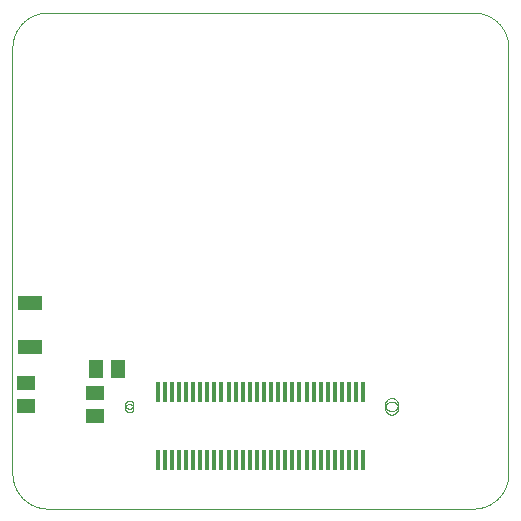
<source format=gbp>
G75*
%MOIN*%
%OFA0B0*%
%FSLAX25Y25*%
%IPPOS*%
%LPD*%
%AMOC8*
5,1,8,0,0,1.08239X$1,22.5*
%
%ADD10C,0.00000*%
%ADD11R,0.01378X0.06693*%
%ADD12R,0.05906X0.05118*%
%ADD13R,0.07874X0.05118*%
%ADD14R,0.05118X0.06299*%
%ADD15R,0.06299X0.05118*%
D10*
X0014499Y0018636D02*
X0156231Y0018636D01*
X0156516Y0018639D01*
X0156802Y0018650D01*
X0157087Y0018667D01*
X0157371Y0018691D01*
X0157655Y0018722D01*
X0157938Y0018760D01*
X0158219Y0018805D01*
X0158500Y0018856D01*
X0158780Y0018914D01*
X0159058Y0018979D01*
X0159334Y0019051D01*
X0159608Y0019129D01*
X0159881Y0019214D01*
X0160151Y0019306D01*
X0160419Y0019404D01*
X0160685Y0019508D01*
X0160948Y0019619D01*
X0161208Y0019736D01*
X0161466Y0019859D01*
X0161720Y0019989D01*
X0161971Y0020125D01*
X0162219Y0020266D01*
X0162463Y0020414D01*
X0162704Y0020567D01*
X0162940Y0020727D01*
X0163173Y0020892D01*
X0163402Y0021062D01*
X0163627Y0021238D01*
X0163847Y0021420D01*
X0164063Y0021606D01*
X0164274Y0021798D01*
X0164481Y0021995D01*
X0164683Y0022197D01*
X0164880Y0022404D01*
X0165072Y0022615D01*
X0165258Y0022831D01*
X0165440Y0023051D01*
X0165616Y0023276D01*
X0165786Y0023505D01*
X0165951Y0023738D01*
X0166111Y0023974D01*
X0166264Y0024215D01*
X0166412Y0024459D01*
X0166553Y0024707D01*
X0166689Y0024958D01*
X0166819Y0025212D01*
X0166942Y0025470D01*
X0167059Y0025730D01*
X0167170Y0025993D01*
X0167274Y0026259D01*
X0167372Y0026527D01*
X0167464Y0026797D01*
X0167549Y0027070D01*
X0167627Y0027344D01*
X0167699Y0027620D01*
X0167764Y0027898D01*
X0167822Y0028178D01*
X0167873Y0028459D01*
X0167918Y0028740D01*
X0167956Y0029023D01*
X0167987Y0029307D01*
X0168011Y0029591D01*
X0168028Y0029876D01*
X0168039Y0030162D01*
X0168042Y0030447D01*
X0168042Y0172179D01*
X0168039Y0172464D01*
X0168028Y0172750D01*
X0168011Y0173035D01*
X0167987Y0173319D01*
X0167956Y0173603D01*
X0167918Y0173886D01*
X0167873Y0174167D01*
X0167822Y0174448D01*
X0167764Y0174728D01*
X0167699Y0175006D01*
X0167627Y0175282D01*
X0167549Y0175556D01*
X0167464Y0175829D01*
X0167372Y0176099D01*
X0167274Y0176367D01*
X0167170Y0176633D01*
X0167059Y0176896D01*
X0166942Y0177156D01*
X0166819Y0177414D01*
X0166689Y0177668D01*
X0166553Y0177919D01*
X0166412Y0178167D01*
X0166264Y0178411D01*
X0166111Y0178652D01*
X0165951Y0178888D01*
X0165786Y0179121D01*
X0165616Y0179350D01*
X0165440Y0179575D01*
X0165258Y0179795D01*
X0165072Y0180011D01*
X0164880Y0180222D01*
X0164683Y0180429D01*
X0164481Y0180631D01*
X0164274Y0180828D01*
X0164063Y0181020D01*
X0163847Y0181206D01*
X0163627Y0181388D01*
X0163402Y0181564D01*
X0163173Y0181734D01*
X0162940Y0181899D01*
X0162704Y0182059D01*
X0162463Y0182212D01*
X0162219Y0182360D01*
X0161971Y0182501D01*
X0161720Y0182637D01*
X0161466Y0182767D01*
X0161208Y0182890D01*
X0160948Y0183007D01*
X0160685Y0183118D01*
X0160419Y0183222D01*
X0160151Y0183320D01*
X0159881Y0183412D01*
X0159608Y0183497D01*
X0159334Y0183575D01*
X0159058Y0183647D01*
X0158780Y0183712D01*
X0158500Y0183770D01*
X0158219Y0183821D01*
X0157938Y0183866D01*
X0157655Y0183904D01*
X0157371Y0183935D01*
X0157087Y0183959D01*
X0156802Y0183976D01*
X0156516Y0183987D01*
X0156231Y0183990D01*
X0014499Y0183990D01*
X0014214Y0183987D01*
X0013928Y0183976D01*
X0013643Y0183959D01*
X0013359Y0183935D01*
X0013075Y0183904D01*
X0012792Y0183866D01*
X0012511Y0183821D01*
X0012230Y0183770D01*
X0011950Y0183712D01*
X0011672Y0183647D01*
X0011396Y0183575D01*
X0011122Y0183497D01*
X0010849Y0183412D01*
X0010579Y0183320D01*
X0010311Y0183222D01*
X0010045Y0183118D01*
X0009782Y0183007D01*
X0009522Y0182890D01*
X0009264Y0182767D01*
X0009010Y0182637D01*
X0008759Y0182501D01*
X0008511Y0182360D01*
X0008267Y0182212D01*
X0008026Y0182059D01*
X0007790Y0181899D01*
X0007557Y0181734D01*
X0007328Y0181564D01*
X0007103Y0181388D01*
X0006883Y0181206D01*
X0006667Y0181020D01*
X0006456Y0180828D01*
X0006249Y0180631D01*
X0006047Y0180429D01*
X0005850Y0180222D01*
X0005658Y0180011D01*
X0005472Y0179795D01*
X0005290Y0179575D01*
X0005114Y0179350D01*
X0004944Y0179121D01*
X0004779Y0178888D01*
X0004619Y0178652D01*
X0004466Y0178411D01*
X0004318Y0178167D01*
X0004177Y0177919D01*
X0004041Y0177668D01*
X0003911Y0177414D01*
X0003788Y0177156D01*
X0003671Y0176896D01*
X0003560Y0176633D01*
X0003456Y0176367D01*
X0003358Y0176099D01*
X0003266Y0175829D01*
X0003181Y0175556D01*
X0003103Y0175282D01*
X0003031Y0175006D01*
X0002966Y0174728D01*
X0002908Y0174448D01*
X0002857Y0174167D01*
X0002812Y0173886D01*
X0002774Y0173603D01*
X0002743Y0173319D01*
X0002719Y0173035D01*
X0002702Y0172750D01*
X0002691Y0172464D01*
X0002688Y0172179D01*
X0002688Y0030447D01*
X0002691Y0030162D01*
X0002702Y0029876D01*
X0002719Y0029591D01*
X0002743Y0029307D01*
X0002774Y0029023D01*
X0002812Y0028740D01*
X0002857Y0028459D01*
X0002908Y0028178D01*
X0002966Y0027898D01*
X0003031Y0027620D01*
X0003103Y0027344D01*
X0003181Y0027070D01*
X0003266Y0026797D01*
X0003358Y0026527D01*
X0003456Y0026259D01*
X0003560Y0025993D01*
X0003671Y0025730D01*
X0003788Y0025470D01*
X0003911Y0025212D01*
X0004041Y0024958D01*
X0004177Y0024707D01*
X0004318Y0024459D01*
X0004466Y0024215D01*
X0004619Y0023974D01*
X0004779Y0023738D01*
X0004944Y0023505D01*
X0005114Y0023276D01*
X0005290Y0023051D01*
X0005472Y0022831D01*
X0005658Y0022615D01*
X0005850Y0022404D01*
X0006047Y0022197D01*
X0006249Y0021995D01*
X0006456Y0021798D01*
X0006667Y0021606D01*
X0006883Y0021420D01*
X0007103Y0021238D01*
X0007328Y0021062D01*
X0007557Y0020892D01*
X0007790Y0020727D01*
X0008026Y0020567D01*
X0008267Y0020414D01*
X0008511Y0020266D01*
X0008759Y0020125D01*
X0009010Y0019989D01*
X0009264Y0019859D01*
X0009522Y0019736D01*
X0009782Y0019619D01*
X0010045Y0019508D01*
X0010311Y0019404D01*
X0010579Y0019306D01*
X0010849Y0019214D01*
X0011122Y0019129D01*
X0011396Y0019051D01*
X0011672Y0018979D01*
X0011950Y0018914D01*
X0012230Y0018856D01*
X0012511Y0018805D01*
X0012792Y0018760D01*
X0013075Y0018722D01*
X0013359Y0018691D01*
X0013643Y0018667D01*
X0013928Y0018650D01*
X0014214Y0018639D01*
X0014499Y0018636D01*
X0040286Y0052100D02*
X0040288Y0052174D01*
X0040294Y0052248D01*
X0040304Y0052321D01*
X0040318Y0052394D01*
X0040335Y0052466D01*
X0040357Y0052536D01*
X0040382Y0052606D01*
X0040411Y0052674D01*
X0040444Y0052740D01*
X0040480Y0052805D01*
X0040520Y0052867D01*
X0040562Y0052928D01*
X0040608Y0052986D01*
X0040657Y0053041D01*
X0040709Y0053094D01*
X0040764Y0053144D01*
X0040821Y0053190D01*
X0040881Y0053234D01*
X0040943Y0053274D01*
X0041007Y0053311D01*
X0041073Y0053345D01*
X0041141Y0053375D01*
X0041210Y0053401D01*
X0041281Y0053424D01*
X0041352Y0053442D01*
X0041425Y0053457D01*
X0041498Y0053468D01*
X0041572Y0053475D01*
X0041646Y0053478D01*
X0041719Y0053477D01*
X0041793Y0053472D01*
X0041867Y0053463D01*
X0041940Y0053450D01*
X0042012Y0053433D01*
X0042083Y0053413D01*
X0042153Y0053388D01*
X0042221Y0053360D01*
X0042288Y0053329D01*
X0042353Y0053293D01*
X0042416Y0053255D01*
X0042477Y0053213D01*
X0042536Y0053167D01*
X0042592Y0053119D01*
X0042645Y0053068D01*
X0042695Y0053014D01*
X0042743Y0052957D01*
X0042787Y0052898D01*
X0042829Y0052836D01*
X0042867Y0052773D01*
X0042901Y0052707D01*
X0042932Y0052640D01*
X0042959Y0052571D01*
X0042982Y0052501D01*
X0043002Y0052430D01*
X0043018Y0052357D01*
X0043030Y0052284D01*
X0043038Y0052211D01*
X0043042Y0052137D01*
X0043042Y0052063D01*
X0043038Y0051989D01*
X0043030Y0051916D01*
X0043018Y0051843D01*
X0043002Y0051770D01*
X0042982Y0051699D01*
X0042959Y0051629D01*
X0042932Y0051560D01*
X0042901Y0051493D01*
X0042867Y0051427D01*
X0042829Y0051364D01*
X0042787Y0051302D01*
X0042743Y0051243D01*
X0042695Y0051186D01*
X0042645Y0051132D01*
X0042592Y0051081D01*
X0042536Y0051033D01*
X0042477Y0050987D01*
X0042416Y0050945D01*
X0042353Y0050907D01*
X0042288Y0050871D01*
X0042221Y0050840D01*
X0042153Y0050812D01*
X0042083Y0050787D01*
X0042012Y0050767D01*
X0041940Y0050750D01*
X0041867Y0050737D01*
X0041793Y0050728D01*
X0041719Y0050723D01*
X0041646Y0050722D01*
X0041572Y0050725D01*
X0041498Y0050732D01*
X0041425Y0050743D01*
X0041352Y0050758D01*
X0041281Y0050776D01*
X0041210Y0050799D01*
X0041141Y0050825D01*
X0041073Y0050855D01*
X0041007Y0050889D01*
X0040943Y0050926D01*
X0040881Y0050966D01*
X0040821Y0051010D01*
X0040764Y0051056D01*
X0040709Y0051106D01*
X0040657Y0051159D01*
X0040608Y0051214D01*
X0040562Y0051272D01*
X0040520Y0051333D01*
X0040480Y0051395D01*
X0040444Y0051460D01*
X0040411Y0051526D01*
X0040382Y0051594D01*
X0040357Y0051664D01*
X0040335Y0051734D01*
X0040318Y0051806D01*
X0040304Y0051879D01*
X0040294Y0051952D01*
X0040288Y0052026D01*
X0040286Y0052100D01*
X0040286Y0053281D02*
X0040288Y0053355D01*
X0040294Y0053429D01*
X0040304Y0053502D01*
X0040318Y0053575D01*
X0040335Y0053647D01*
X0040357Y0053717D01*
X0040382Y0053787D01*
X0040411Y0053855D01*
X0040444Y0053921D01*
X0040480Y0053986D01*
X0040520Y0054048D01*
X0040562Y0054109D01*
X0040608Y0054167D01*
X0040657Y0054222D01*
X0040709Y0054275D01*
X0040764Y0054325D01*
X0040821Y0054371D01*
X0040881Y0054415D01*
X0040943Y0054455D01*
X0041007Y0054492D01*
X0041073Y0054526D01*
X0041141Y0054556D01*
X0041210Y0054582D01*
X0041281Y0054605D01*
X0041352Y0054623D01*
X0041425Y0054638D01*
X0041498Y0054649D01*
X0041572Y0054656D01*
X0041646Y0054659D01*
X0041719Y0054658D01*
X0041793Y0054653D01*
X0041867Y0054644D01*
X0041940Y0054631D01*
X0042012Y0054614D01*
X0042083Y0054594D01*
X0042153Y0054569D01*
X0042221Y0054541D01*
X0042288Y0054510D01*
X0042353Y0054474D01*
X0042416Y0054436D01*
X0042477Y0054394D01*
X0042536Y0054348D01*
X0042592Y0054300D01*
X0042645Y0054249D01*
X0042695Y0054195D01*
X0042743Y0054138D01*
X0042787Y0054079D01*
X0042829Y0054017D01*
X0042867Y0053954D01*
X0042901Y0053888D01*
X0042932Y0053821D01*
X0042959Y0053752D01*
X0042982Y0053682D01*
X0043002Y0053611D01*
X0043018Y0053538D01*
X0043030Y0053465D01*
X0043038Y0053392D01*
X0043042Y0053318D01*
X0043042Y0053244D01*
X0043038Y0053170D01*
X0043030Y0053097D01*
X0043018Y0053024D01*
X0043002Y0052951D01*
X0042982Y0052880D01*
X0042959Y0052810D01*
X0042932Y0052741D01*
X0042901Y0052674D01*
X0042867Y0052608D01*
X0042829Y0052545D01*
X0042787Y0052483D01*
X0042743Y0052424D01*
X0042695Y0052367D01*
X0042645Y0052313D01*
X0042592Y0052262D01*
X0042536Y0052214D01*
X0042477Y0052168D01*
X0042416Y0052126D01*
X0042353Y0052088D01*
X0042288Y0052052D01*
X0042221Y0052021D01*
X0042153Y0051993D01*
X0042083Y0051968D01*
X0042012Y0051948D01*
X0041940Y0051931D01*
X0041867Y0051918D01*
X0041793Y0051909D01*
X0041719Y0051904D01*
X0041646Y0051903D01*
X0041572Y0051906D01*
X0041498Y0051913D01*
X0041425Y0051924D01*
X0041352Y0051939D01*
X0041281Y0051957D01*
X0041210Y0051980D01*
X0041141Y0052006D01*
X0041073Y0052036D01*
X0041007Y0052070D01*
X0040943Y0052107D01*
X0040881Y0052147D01*
X0040821Y0052191D01*
X0040764Y0052237D01*
X0040709Y0052287D01*
X0040657Y0052340D01*
X0040608Y0052395D01*
X0040562Y0052453D01*
X0040520Y0052514D01*
X0040480Y0052576D01*
X0040444Y0052641D01*
X0040411Y0052707D01*
X0040382Y0052775D01*
X0040357Y0052845D01*
X0040335Y0052915D01*
X0040318Y0052987D01*
X0040304Y0053060D01*
X0040294Y0053133D01*
X0040288Y0053207D01*
X0040286Y0053281D01*
X0126901Y0053281D02*
X0126903Y0053374D01*
X0126909Y0053466D01*
X0126919Y0053558D01*
X0126933Y0053649D01*
X0126950Y0053740D01*
X0126972Y0053830D01*
X0126997Y0053919D01*
X0127026Y0054007D01*
X0127059Y0054093D01*
X0127096Y0054178D01*
X0127136Y0054262D01*
X0127180Y0054343D01*
X0127227Y0054423D01*
X0127277Y0054501D01*
X0127331Y0054576D01*
X0127388Y0054649D01*
X0127448Y0054719D01*
X0127511Y0054787D01*
X0127577Y0054852D01*
X0127645Y0054914D01*
X0127716Y0054974D01*
X0127790Y0055030D01*
X0127866Y0055083D01*
X0127944Y0055132D01*
X0128024Y0055179D01*
X0128106Y0055221D01*
X0128190Y0055261D01*
X0128275Y0055296D01*
X0128362Y0055328D01*
X0128450Y0055357D01*
X0128539Y0055381D01*
X0128629Y0055402D01*
X0128720Y0055418D01*
X0128812Y0055431D01*
X0128904Y0055440D01*
X0128997Y0055445D01*
X0129089Y0055446D01*
X0129182Y0055443D01*
X0129274Y0055436D01*
X0129366Y0055425D01*
X0129457Y0055410D01*
X0129548Y0055392D01*
X0129638Y0055369D01*
X0129726Y0055343D01*
X0129814Y0055313D01*
X0129900Y0055279D01*
X0129984Y0055242D01*
X0130067Y0055200D01*
X0130148Y0055156D01*
X0130228Y0055108D01*
X0130305Y0055057D01*
X0130379Y0055002D01*
X0130452Y0054944D01*
X0130522Y0054884D01*
X0130589Y0054820D01*
X0130653Y0054754D01*
X0130715Y0054684D01*
X0130773Y0054613D01*
X0130828Y0054539D01*
X0130880Y0054462D01*
X0130929Y0054383D01*
X0130975Y0054303D01*
X0131017Y0054220D01*
X0131055Y0054136D01*
X0131090Y0054050D01*
X0131121Y0053963D01*
X0131148Y0053875D01*
X0131171Y0053785D01*
X0131191Y0053695D01*
X0131207Y0053604D01*
X0131219Y0053512D01*
X0131227Y0053420D01*
X0131231Y0053327D01*
X0131231Y0053235D01*
X0131227Y0053142D01*
X0131219Y0053050D01*
X0131207Y0052958D01*
X0131191Y0052867D01*
X0131171Y0052777D01*
X0131148Y0052687D01*
X0131121Y0052599D01*
X0131090Y0052512D01*
X0131055Y0052426D01*
X0131017Y0052342D01*
X0130975Y0052259D01*
X0130929Y0052179D01*
X0130880Y0052100D01*
X0130828Y0052023D01*
X0130773Y0051949D01*
X0130715Y0051878D01*
X0130653Y0051808D01*
X0130589Y0051742D01*
X0130522Y0051678D01*
X0130452Y0051618D01*
X0130379Y0051560D01*
X0130305Y0051505D01*
X0130228Y0051454D01*
X0130149Y0051406D01*
X0130067Y0051362D01*
X0129984Y0051320D01*
X0129900Y0051283D01*
X0129814Y0051249D01*
X0129726Y0051219D01*
X0129638Y0051193D01*
X0129548Y0051170D01*
X0129457Y0051152D01*
X0129366Y0051137D01*
X0129274Y0051126D01*
X0129182Y0051119D01*
X0129089Y0051116D01*
X0128997Y0051117D01*
X0128904Y0051122D01*
X0128812Y0051131D01*
X0128720Y0051144D01*
X0128629Y0051160D01*
X0128539Y0051181D01*
X0128450Y0051205D01*
X0128362Y0051234D01*
X0128275Y0051266D01*
X0128190Y0051301D01*
X0128106Y0051341D01*
X0128024Y0051383D01*
X0127944Y0051430D01*
X0127866Y0051479D01*
X0127790Y0051532D01*
X0127716Y0051588D01*
X0127645Y0051648D01*
X0127577Y0051710D01*
X0127511Y0051775D01*
X0127448Y0051843D01*
X0127388Y0051913D01*
X0127331Y0051986D01*
X0127277Y0052061D01*
X0127227Y0052139D01*
X0127180Y0052219D01*
X0127136Y0052300D01*
X0127096Y0052384D01*
X0127059Y0052469D01*
X0127026Y0052555D01*
X0126997Y0052643D01*
X0126972Y0052732D01*
X0126950Y0052822D01*
X0126933Y0052913D01*
X0126919Y0053004D01*
X0126909Y0053096D01*
X0126903Y0053188D01*
X0126901Y0053281D01*
X0126901Y0052100D02*
X0126903Y0052193D01*
X0126909Y0052285D01*
X0126919Y0052377D01*
X0126933Y0052468D01*
X0126950Y0052559D01*
X0126972Y0052649D01*
X0126997Y0052738D01*
X0127026Y0052826D01*
X0127059Y0052912D01*
X0127096Y0052997D01*
X0127136Y0053081D01*
X0127180Y0053162D01*
X0127227Y0053242D01*
X0127277Y0053320D01*
X0127331Y0053395D01*
X0127388Y0053468D01*
X0127448Y0053538D01*
X0127511Y0053606D01*
X0127577Y0053671D01*
X0127645Y0053733D01*
X0127716Y0053793D01*
X0127790Y0053849D01*
X0127866Y0053902D01*
X0127944Y0053951D01*
X0128024Y0053998D01*
X0128106Y0054040D01*
X0128190Y0054080D01*
X0128275Y0054115D01*
X0128362Y0054147D01*
X0128450Y0054176D01*
X0128539Y0054200D01*
X0128629Y0054221D01*
X0128720Y0054237D01*
X0128812Y0054250D01*
X0128904Y0054259D01*
X0128997Y0054264D01*
X0129089Y0054265D01*
X0129182Y0054262D01*
X0129274Y0054255D01*
X0129366Y0054244D01*
X0129457Y0054229D01*
X0129548Y0054211D01*
X0129638Y0054188D01*
X0129726Y0054162D01*
X0129814Y0054132D01*
X0129900Y0054098D01*
X0129984Y0054061D01*
X0130067Y0054019D01*
X0130148Y0053975D01*
X0130228Y0053927D01*
X0130305Y0053876D01*
X0130379Y0053821D01*
X0130452Y0053763D01*
X0130522Y0053703D01*
X0130589Y0053639D01*
X0130653Y0053573D01*
X0130715Y0053503D01*
X0130773Y0053432D01*
X0130828Y0053358D01*
X0130880Y0053281D01*
X0130929Y0053202D01*
X0130975Y0053122D01*
X0131017Y0053039D01*
X0131055Y0052955D01*
X0131090Y0052869D01*
X0131121Y0052782D01*
X0131148Y0052694D01*
X0131171Y0052604D01*
X0131191Y0052514D01*
X0131207Y0052423D01*
X0131219Y0052331D01*
X0131227Y0052239D01*
X0131231Y0052146D01*
X0131231Y0052054D01*
X0131227Y0051961D01*
X0131219Y0051869D01*
X0131207Y0051777D01*
X0131191Y0051686D01*
X0131171Y0051596D01*
X0131148Y0051506D01*
X0131121Y0051418D01*
X0131090Y0051331D01*
X0131055Y0051245D01*
X0131017Y0051161D01*
X0130975Y0051078D01*
X0130929Y0050998D01*
X0130880Y0050919D01*
X0130828Y0050842D01*
X0130773Y0050768D01*
X0130715Y0050697D01*
X0130653Y0050627D01*
X0130589Y0050561D01*
X0130522Y0050497D01*
X0130452Y0050437D01*
X0130379Y0050379D01*
X0130305Y0050324D01*
X0130228Y0050273D01*
X0130149Y0050225D01*
X0130067Y0050181D01*
X0129984Y0050139D01*
X0129900Y0050102D01*
X0129814Y0050068D01*
X0129726Y0050038D01*
X0129638Y0050012D01*
X0129548Y0049989D01*
X0129457Y0049971D01*
X0129366Y0049956D01*
X0129274Y0049945D01*
X0129182Y0049938D01*
X0129089Y0049935D01*
X0128997Y0049936D01*
X0128904Y0049941D01*
X0128812Y0049950D01*
X0128720Y0049963D01*
X0128629Y0049979D01*
X0128539Y0050000D01*
X0128450Y0050024D01*
X0128362Y0050053D01*
X0128275Y0050085D01*
X0128190Y0050120D01*
X0128106Y0050160D01*
X0128024Y0050202D01*
X0127944Y0050249D01*
X0127866Y0050298D01*
X0127790Y0050351D01*
X0127716Y0050407D01*
X0127645Y0050467D01*
X0127577Y0050529D01*
X0127511Y0050594D01*
X0127448Y0050662D01*
X0127388Y0050732D01*
X0127331Y0050805D01*
X0127277Y0050880D01*
X0127227Y0050958D01*
X0127180Y0051038D01*
X0127136Y0051119D01*
X0127096Y0051203D01*
X0127059Y0051288D01*
X0127026Y0051374D01*
X0126997Y0051462D01*
X0126972Y0051551D01*
X0126950Y0051641D01*
X0126933Y0051732D01*
X0126919Y0051823D01*
X0126909Y0051915D01*
X0126903Y0052007D01*
X0126901Y0052100D01*
D11*
X0119617Y0057415D03*
X0117255Y0057415D03*
X0114893Y0057415D03*
X0112530Y0057415D03*
X0110168Y0057415D03*
X0107806Y0057415D03*
X0105444Y0057415D03*
X0103081Y0057415D03*
X0100719Y0057415D03*
X0098357Y0057415D03*
X0095995Y0057415D03*
X0093633Y0057415D03*
X0091270Y0057415D03*
X0088908Y0057415D03*
X0086546Y0057415D03*
X0084184Y0057415D03*
X0081822Y0057415D03*
X0079459Y0057415D03*
X0077097Y0057415D03*
X0074735Y0057415D03*
X0072373Y0057415D03*
X0070011Y0057415D03*
X0067648Y0057415D03*
X0065286Y0057415D03*
X0062924Y0057415D03*
X0060562Y0057415D03*
X0058200Y0057415D03*
X0055837Y0057415D03*
X0053475Y0057415D03*
X0051113Y0057415D03*
X0051113Y0034974D03*
X0053475Y0034974D03*
X0055837Y0034974D03*
X0058200Y0034974D03*
X0060562Y0034974D03*
X0062924Y0034974D03*
X0065286Y0034974D03*
X0067648Y0034974D03*
X0070011Y0034974D03*
X0072373Y0034974D03*
X0074735Y0034974D03*
X0077097Y0034974D03*
X0079459Y0034974D03*
X0081822Y0034974D03*
X0084184Y0034974D03*
X0086546Y0034974D03*
X0088908Y0034974D03*
X0091270Y0034974D03*
X0093633Y0034974D03*
X0095995Y0034974D03*
X0098357Y0034974D03*
X0100719Y0034974D03*
X0103081Y0034974D03*
X0105444Y0034974D03*
X0107806Y0034974D03*
X0110168Y0034974D03*
X0112530Y0034974D03*
X0114893Y0034974D03*
X0117255Y0034974D03*
X0119617Y0034974D03*
D12*
X0007137Y0052888D03*
X0007137Y0060368D03*
D13*
X0008580Y0072500D03*
X0008580Y0087067D03*
D14*
X0030444Y0065289D03*
X0037924Y0065289D03*
D15*
X0030247Y0057022D03*
X0030247Y0049541D03*
M02*

</source>
